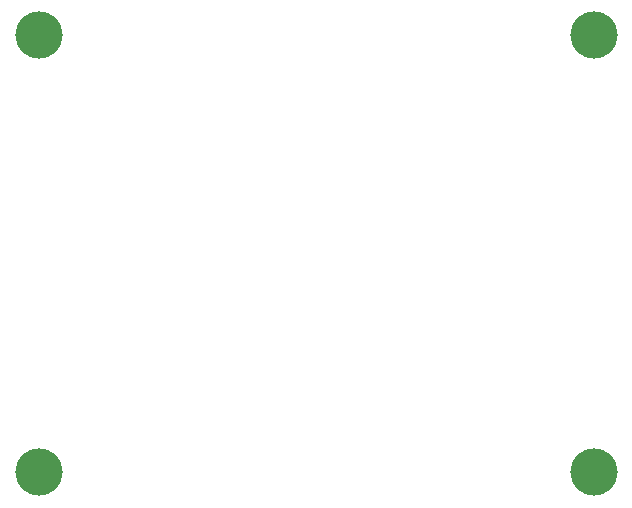
<source format=gbr>
%TF.GenerationSoftware,Altium Limited,Altium Designer,24.2.2 (26)*%
G04 Layer_Color=0*
%FSLAX45Y45*%
%MOMM*%
%TF.SameCoordinates,D2FE35CC-22CD-4169-9643-A2803306E4A1*%
%TF.FilePolarity,Positive*%
%TF.FileFunction,NonPlated,1,4,NPTH,Drill*%
%TF.Part,Single*%
G01*
G75*
%TA.AperFunction,ComponentDrill*%
%ADD56C,4.00000*%
D56*
X400000Y4100000D02*
D03*
X5100000D02*
D03*
Y400000D02*
D03*
X400000D02*
D03*
%TF.MD5,69b2da09d9c86335f905120967370e0a*%
M02*

</source>
